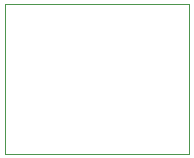
<source format=gbr>
%TF.GenerationSoftware,KiCad,Pcbnew,(5.1.8)-1*%
%TF.CreationDate,2020-12-26T04:00:47+01:00*%
%TF.ProjectId,feikController pedal,6665696b-436f-46e7-9472-6f6c6c657220,rev?*%
%TF.SameCoordinates,Original*%
%TF.FileFunction,Profile,NP*%
%FSLAX46Y46*%
G04 Gerber Fmt 4.6, Leading zero omitted, Abs format (unit mm)*
G04 Created by KiCad (PCBNEW (5.1.8)-1) date 2020-12-26 04:00:47*
%MOMM*%
%LPD*%
G01*
G04 APERTURE LIST*
%TA.AperFunction,Profile*%
%ADD10C,0.100000*%
%TD*%
G04 APERTURE END LIST*
D10*
X182854600Y-101828600D02*
X182854600Y-114477800D01*
X167335200Y-101828600D02*
X182854600Y-101828600D01*
X167335200Y-114477800D02*
X167335200Y-101828600D01*
X182854600Y-114477800D02*
X167335200Y-114477800D01*
M02*

</source>
